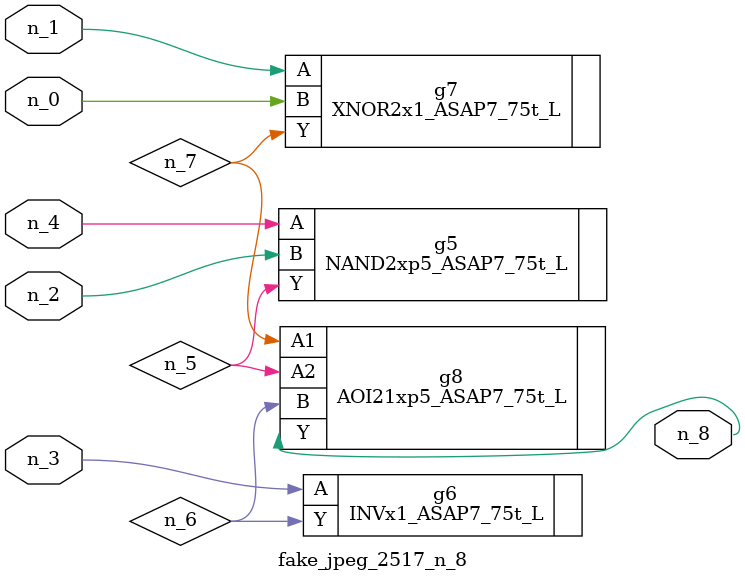
<source format=v>
module fake_jpeg_2517_n_8 (n_3, n_2, n_1, n_0, n_4, n_8);

input n_3;
input n_2;
input n_1;
input n_0;
input n_4;

output n_8;

wire n_6;
wire n_5;
wire n_7;

NAND2xp5_ASAP7_75t_L g5 ( 
.A(n_4),
.B(n_2),
.Y(n_5)
);

INVx1_ASAP7_75t_L g6 ( 
.A(n_3),
.Y(n_6)
);

XNOR2x1_ASAP7_75t_L g7 ( 
.A(n_1),
.B(n_0),
.Y(n_7)
);

AOI21xp5_ASAP7_75t_L g8 ( 
.A1(n_7),
.A2(n_5),
.B(n_6),
.Y(n_8)
);


endmodule
</source>
